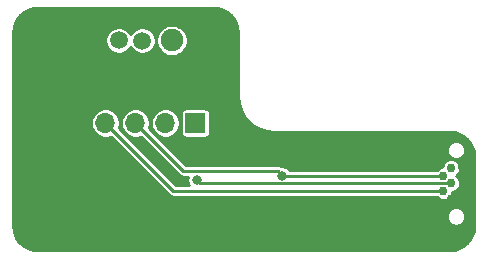
<source format=gbr>
%TF.GenerationSoftware,KiCad,Pcbnew,(5.1.6)-1*%
%TF.CreationDate,2020-09-04T12:39:32-07:00*%
%TF.ProjectId,SJ-202-USB-Jumper,534a2d32-3032-42d5-9553-422d4a756d70,rev?*%
%TF.SameCoordinates,Original*%
%TF.FileFunction,Copper,L1,Top*%
%TF.FilePolarity,Positive*%
%FSLAX46Y46*%
G04 Gerber Fmt 4.6, Leading zero omitted, Abs format (unit mm)*
G04 Created by KiCad (PCBNEW (5.1.6)-1) date 2020-09-04 12:39:32*
%MOMM*%
%LPD*%
G01*
G04 APERTURE LIST*
%TA.AperFunction,ComponentPad*%
%ADD10C,1.100000*%
%TD*%
%TA.AperFunction,ComponentPad*%
%ADD11C,0.790000*%
%TD*%
%TA.AperFunction,ComponentPad*%
%ADD12C,0.750000*%
%TD*%
%TA.AperFunction,SMDPad,CuDef*%
%ADD13R,3.300000X1.600000*%
%TD*%
%TA.AperFunction,ComponentPad*%
%ADD14C,1.900000*%
%TD*%
%TA.AperFunction,ComponentPad*%
%ADD15C,1.500000*%
%TD*%
%TA.AperFunction,ComponentPad*%
%ADD16O,1.700000X1.700000*%
%TD*%
%TA.AperFunction,ComponentPad*%
%ADD17R,1.700000X1.700000*%
%TD*%
%TA.AperFunction,ViaPad*%
%ADD18C,0.800000*%
%TD*%
%TA.AperFunction,Conductor*%
%ADD19C,0.250000*%
%TD*%
%TA.AperFunction,Conductor*%
%ADD20C,0.254000*%
%TD*%
G04 APERTURE END LIST*
D10*
%TO.P,J2,S6*%
%TO.N,GND*%
X74930000Y-70725000D03*
%TO.P,J2,S5*%
X74930000Y-64075000D03*
D11*
%TO.P,J2,S1*%
X76470000Y-65900000D03*
%TO.P,J2,S2*%
X76470000Y-68900000D03*
%TO.P,J2,S4*%
X73970000Y-68900000D03*
%TO.P,J2,S3*%
X73970000Y-65900000D03*
D12*
%TO.P,J2,5*%
X75550000Y-68700000D03*
%TO.P,J2,4*%
%TO.N,/ID*%
X74900000Y-68050000D03*
%TO.P,J2,3*%
%TO.N,/D+*%
X75550000Y-67400000D03*
%TO.P,J2,2*%
%TO.N,/D-*%
X74900000Y-66750000D03*
%TO.P,J2,1*%
%TO.N,+5V*%
X75550000Y-66100000D03*
%TD*%
D13*
%TO.P,J1,5*%
%TO.N,GND*%
X48400000Y-59505500D03*
D14*
%TO.P,J1,4*%
X44900000Y-55310000D03*
D15*
%TO.P,J1,3*%
%TO.N,/D+*%
X47400000Y-55300000D03*
%TO.P,J1,2*%
%TO.N,/D-*%
X49400000Y-55325000D03*
D14*
%TO.P,J1,1*%
%TO.N,+5V*%
X51900000Y-55310000D03*
D13*
%TO.P,J1,5*%
%TO.N,GND*%
X41830000Y-53600000D03*
X54970000Y-53600000D03*
%TD*%
D16*
%TO.P,J3,5*%
%TO.N,GND*%
X43740000Y-62300000D03*
%TO.P,J3,4*%
%TO.N,/ID*%
X46280000Y-62300000D03*
%TO.P,J3,3*%
%TO.N,/D-*%
X48820000Y-62300000D03*
%TO.P,J3,2*%
%TO.N,/D+*%
X51360000Y-62300000D03*
D17*
%TO.P,J3,1*%
%TO.N,+5V*%
X53900000Y-62300000D03*
%TD*%
D18*
%TO.N,/D+*%
X54000000Y-67100000D03*
%TO.N,/D-*%
X61250000Y-66750000D03*
%TO.N,/ID*%
X46280000Y-62300000D03*
%TD*%
D19*
%TO.N,/D+*%
X75550000Y-67400000D02*
X54300000Y-67400000D01*
X54300000Y-67400000D02*
X54000000Y-67100000D01*
%TO.N,/D-*%
X52870001Y-66350001D02*
X60850001Y-66350001D01*
X74900000Y-66750000D02*
X61250000Y-66750000D01*
X60850001Y-66350001D02*
X61250000Y-66750000D01*
X48820000Y-62300000D02*
X52870001Y-66350001D01*
%TO.N,/ID*%
X74900000Y-68050000D02*
X52030000Y-68050000D01*
X52030000Y-68050000D02*
X46280000Y-62300000D01*
%TD*%
D20*
%TO.N,GND*%
G36*
X55841849Y-52583625D02*
G01*
X56226117Y-52699642D01*
X56580532Y-52888088D01*
X56891589Y-53141781D01*
X57147446Y-53451059D01*
X57338361Y-53804150D01*
X57457058Y-54187596D01*
X57501373Y-54609226D01*
X57501372Y-60044775D01*
X57503525Y-60066630D01*
X57503414Y-60082476D01*
X57504069Y-60089160D01*
X57555886Y-60582167D01*
X57564645Y-60624835D01*
X57572821Y-60667694D01*
X57574762Y-60674124D01*
X57721351Y-61147676D01*
X57738244Y-61187862D01*
X57754576Y-61228285D01*
X57757729Y-61234215D01*
X57993506Y-61670276D01*
X58017866Y-61706390D01*
X58041755Y-61742896D01*
X58046000Y-61748100D01*
X58361984Y-62130060D01*
X58392900Y-62160761D01*
X58423420Y-62191927D01*
X58428595Y-62196208D01*
X58812751Y-62509518D01*
X58849056Y-62533639D01*
X58885033Y-62558273D01*
X58890941Y-62561468D01*
X59328637Y-62794195D01*
X59368899Y-62810789D01*
X59409013Y-62827982D01*
X59415429Y-62829968D01*
X59889993Y-62973247D01*
X59932740Y-62981711D01*
X59975400Y-62990778D01*
X59982080Y-62991480D01*
X60475288Y-63039840D01*
X60498746Y-63042150D01*
X75418851Y-63042150D01*
X75841849Y-63083625D01*
X76226117Y-63199642D01*
X76580532Y-63388088D01*
X76891589Y-63641781D01*
X77147446Y-63951059D01*
X77338361Y-64304150D01*
X77457058Y-64687596D01*
X77501373Y-65109226D01*
X77501372Y-70997628D01*
X77459897Y-71420627D01*
X77343879Y-71804897D01*
X77155434Y-72159309D01*
X76901741Y-72470367D01*
X76592462Y-72726225D01*
X76239373Y-72917139D01*
X75855926Y-73035836D01*
X75434306Y-73080150D01*
X40545894Y-73080150D01*
X40122895Y-73038675D01*
X39738625Y-72922657D01*
X39384213Y-72734212D01*
X39073155Y-72480519D01*
X38817297Y-72171240D01*
X38626383Y-71818151D01*
X38507686Y-71434704D01*
X38463372Y-71013084D01*
X38463372Y-70123078D01*
X75189000Y-70123078D01*
X75189000Y-70276922D01*
X75219013Y-70427809D01*
X75277887Y-70569942D01*
X75363358Y-70697859D01*
X75472141Y-70806642D01*
X75600058Y-70892113D01*
X75742191Y-70950987D01*
X75893078Y-70981000D01*
X76046922Y-70981000D01*
X76197809Y-70950987D01*
X76339942Y-70892113D01*
X76467859Y-70806642D01*
X76576642Y-70697859D01*
X76662113Y-70569942D01*
X76720987Y-70427809D01*
X76751000Y-70276922D01*
X76751000Y-70123078D01*
X76720987Y-69972191D01*
X76662113Y-69830058D01*
X76576642Y-69702141D01*
X76467859Y-69593358D01*
X76339942Y-69507887D01*
X76197809Y-69449013D01*
X76046922Y-69419000D01*
X75893078Y-69419000D01*
X75742191Y-69449013D01*
X75600058Y-69507887D01*
X75472141Y-69593358D01*
X75363358Y-69702141D01*
X75277887Y-69830058D01*
X75219013Y-69972191D01*
X75189000Y-70123078D01*
X38463372Y-70123078D01*
X38463372Y-62178757D01*
X45049000Y-62178757D01*
X45049000Y-62421243D01*
X45096307Y-62659069D01*
X45189102Y-62883097D01*
X45323820Y-63084717D01*
X45495283Y-63256180D01*
X45696903Y-63390898D01*
X45920931Y-63483693D01*
X46158757Y-63531000D01*
X46401243Y-63531000D01*
X46639069Y-63483693D01*
X46716167Y-63451758D01*
X51654628Y-68390220D01*
X51670473Y-68409527D01*
X51747521Y-68472759D01*
X51835425Y-68519745D01*
X51930807Y-68548678D01*
X52005146Y-68556000D01*
X52005154Y-68556000D01*
X52030000Y-68558447D01*
X52054846Y-68556000D01*
X74336854Y-68556000D01*
X74418078Y-68637224D01*
X74541900Y-68719959D01*
X74679483Y-68776947D01*
X74825540Y-68806000D01*
X74974460Y-68806000D01*
X75120517Y-68776947D01*
X75258100Y-68719959D01*
X75381922Y-68637224D01*
X75487224Y-68531922D01*
X75569959Y-68408100D01*
X75626947Y-68270517D01*
X75650767Y-68150767D01*
X75770517Y-68126947D01*
X75908100Y-68069959D01*
X76031922Y-67987224D01*
X76137224Y-67881922D01*
X76219959Y-67758100D01*
X76276947Y-67620517D01*
X76306000Y-67474460D01*
X76306000Y-67325540D01*
X76276947Y-67179483D01*
X76219959Y-67041900D01*
X76137224Y-66918078D01*
X76031922Y-66812776D01*
X75937971Y-66750000D01*
X76031922Y-66687224D01*
X76137224Y-66581922D01*
X76219959Y-66458100D01*
X76276947Y-66320517D01*
X76306000Y-66174460D01*
X76306000Y-66025540D01*
X76276947Y-65879483D01*
X76219959Y-65741900D01*
X76137224Y-65618078D01*
X76031922Y-65512776D01*
X75908100Y-65430041D01*
X75770517Y-65373053D01*
X75624460Y-65344000D01*
X75475540Y-65344000D01*
X75329483Y-65373053D01*
X75191900Y-65430041D01*
X75068078Y-65512776D01*
X74962776Y-65618078D01*
X74880041Y-65741900D01*
X74823053Y-65879483D01*
X74799233Y-65999233D01*
X74679483Y-66023053D01*
X74541900Y-66080041D01*
X74418078Y-66162776D01*
X74336854Y-66244000D01*
X61848501Y-66244000D01*
X61747859Y-66143358D01*
X61619942Y-66057887D01*
X61477809Y-65999013D01*
X61326922Y-65969000D01*
X61183362Y-65969000D01*
X61132480Y-65927242D01*
X61044576Y-65880256D01*
X60949194Y-65851323D01*
X60874855Y-65844001D01*
X60874847Y-65844001D01*
X60850001Y-65841554D01*
X60825155Y-65844001D01*
X53079593Y-65844001D01*
X51758670Y-64523078D01*
X75189000Y-64523078D01*
X75189000Y-64676922D01*
X75219013Y-64827809D01*
X75277887Y-64969942D01*
X75363358Y-65097859D01*
X75472141Y-65206642D01*
X75600058Y-65292113D01*
X75742191Y-65350987D01*
X75893078Y-65381000D01*
X76046922Y-65381000D01*
X76197809Y-65350987D01*
X76339942Y-65292113D01*
X76467859Y-65206642D01*
X76576642Y-65097859D01*
X76662113Y-64969942D01*
X76720987Y-64827809D01*
X76751000Y-64676922D01*
X76751000Y-64523078D01*
X76720987Y-64372191D01*
X76662113Y-64230058D01*
X76576642Y-64102141D01*
X76467859Y-63993358D01*
X76339942Y-63907887D01*
X76197809Y-63849013D01*
X76046922Y-63819000D01*
X75893078Y-63819000D01*
X75742191Y-63849013D01*
X75600058Y-63907887D01*
X75472141Y-63993358D01*
X75363358Y-64102141D01*
X75277887Y-64230058D01*
X75219013Y-64372191D01*
X75189000Y-64523078D01*
X51758670Y-64523078D01*
X49971758Y-62736167D01*
X50003693Y-62659069D01*
X50051000Y-62421243D01*
X50051000Y-62178757D01*
X50129000Y-62178757D01*
X50129000Y-62421243D01*
X50176307Y-62659069D01*
X50269102Y-62883097D01*
X50403820Y-63084717D01*
X50575283Y-63256180D01*
X50776903Y-63390898D01*
X51000931Y-63483693D01*
X51238757Y-63531000D01*
X51481243Y-63531000D01*
X51719069Y-63483693D01*
X51943097Y-63390898D01*
X52144717Y-63256180D01*
X52316180Y-63084717D01*
X52450898Y-62883097D01*
X52543693Y-62659069D01*
X52591000Y-62421243D01*
X52591000Y-62178757D01*
X52543693Y-61940931D01*
X52450898Y-61716903D01*
X52316180Y-61515283D01*
X52250897Y-61450000D01*
X52667157Y-61450000D01*
X52667157Y-63150000D01*
X52674513Y-63224689D01*
X52696299Y-63296508D01*
X52731678Y-63362696D01*
X52779289Y-63420711D01*
X52837304Y-63468322D01*
X52903492Y-63503701D01*
X52975311Y-63525487D01*
X53050000Y-63532843D01*
X54750000Y-63532843D01*
X54824689Y-63525487D01*
X54896508Y-63503701D01*
X54962696Y-63468322D01*
X55020711Y-63420711D01*
X55068322Y-63362696D01*
X55103701Y-63296508D01*
X55125487Y-63224689D01*
X55132843Y-63150000D01*
X55132843Y-61450000D01*
X55125487Y-61375311D01*
X55103701Y-61303492D01*
X55068322Y-61237304D01*
X55020711Y-61179289D01*
X54962696Y-61131678D01*
X54896508Y-61096299D01*
X54824689Y-61074513D01*
X54750000Y-61067157D01*
X53050000Y-61067157D01*
X52975311Y-61074513D01*
X52903492Y-61096299D01*
X52837304Y-61131678D01*
X52779289Y-61179289D01*
X52731678Y-61237304D01*
X52696299Y-61303492D01*
X52674513Y-61375311D01*
X52667157Y-61450000D01*
X52250897Y-61450000D01*
X52144717Y-61343820D01*
X51943097Y-61209102D01*
X51719069Y-61116307D01*
X51481243Y-61069000D01*
X51238757Y-61069000D01*
X51000931Y-61116307D01*
X50776903Y-61209102D01*
X50575283Y-61343820D01*
X50403820Y-61515283D01*
X50269102Y-61716903D01*
X50176307Y-61940931D01*
X50129000Y-62178757D01*
X50051000Y-62178757D01*
X50003693Y-61940931D01*
X49910898Y-61716903D01*
X49776180Y-61515283D01*
X49604717Y-61343820D01*
X49403097Y-61209102D01*
X49179069Y-61116307D01*
X48941243Y-61069000D01*
X48698757Y-61069000D01*
X48460931Y-61116307D01*
X48236903Y-61209102D01*
X48035283Y-61343820D01*
X47863820Y-61515283D01*
X47729102Y-61716903D01*
X47636307Y-61940931D01*
X47589000Y-62178757D01*
X47589000Y-62421243D01*
X47636307Y-62659069D01*
X47729102Y-62883097D01*
X47863820Y-63084717D01*
X48035283Y-63256180D01*
X48236903Y-63390898D01*
X48460931Y-63483693D01*
X48698757Y-63531000D01*
X48941243Y-63531000D01*
X49179069Y-63483693D01*
X49256167Y-63451758D01*
X52494629Y-66690221D01*
X52510474Y-66709528D01*
X52587522Y-66772760D01*
X52675426Y-66819746D01*
X52748608Y-66841945D01*
X52770807Y-66848679D01*
X52780695Y-66849653D01*
X52845147Y-66856001D01*
X52845154Y-66856001D01*
X52870000Y-66858448D01*
X52894846Y-66856001D01*
X53255719Y-66856001D01*
X53249013Y-66872191D01*
X53219000Y-67023078D01*
X53219000Y-67176922D01*
X53249013Y-67327809D01*
X53307887Y-67469942D01*
X53357371Y-67544000D01*
X52239592Y-67544000D01*
X47431758Y-62736167D01*
X47463693Y-62659069D01*
X47511000Y-62421243D01*
X47511000Y-62178757D01*
X47463693Y-61940931D01*
X47370898Y-61716903D01*
X47236180Y-61515283D01*
X47064717Y-61343820D01*
X46863097Y-61209102D01*
X46639069Y-61116307D01*
X46401243Y-61069000D01*
X46158757Y-61069000D01*
X45920931Y-61116307D01*
X45696903Y-61209102D01*
X45495283Y-61343820D01*
X45323820Y-61515283D01*
X45189102Y-61716903D01*
X45096307Y-61940931D01*
X45049000Y-62178757D01*
X38463372Y-62178757D01*
X38463372Y-55188606D01*
X46269000Y-55188606D01*
X46269000Y-55411394D01*
X46312464Y-55629900D01*
X46397721Y-55835729D01*
X46521495Y-56020970D01*
X46679030Y-56178505D01*
X46864271Y-56302279D01*
X47070100Y-56387536D01*
X47288606Y-56431000D01*
X47511394Y-56431000D01*
X47729900Y-56387536D01*
X47935729Y-56302279D01*
X48120970Y-56178505D01*
X48278505Y-56020970D01*
X48393073Y-55849507D01*
X48397721Y-55860729D01*
X48521495Y-56045970D01*
X48679030Y-56203505D01*
X48864271Y-56327279D01*
X49070100Y-56412536D01*
X49288606Y-56456000D01*
X49511394Y-56456000D01*
X49729900Y-56412536D01*
X49935729Y-56327279D01*
X50120970Y-56203505D01*
X50278505Y-56045970D01*
X50402279Y-55860729D01*
X50487536Y-55654900D01*
X50531000Y-55436394D01*
X50531000Y-55213606D01*
X50524099Y-55178908D01*
X50569000Y-55178908D01*
X50569000Y-55441092D01*
X50620150Y-55698238D01*
X50720483Y-55940465D01*
X50866145Y-56158463D01*
X51051537Y-56343855D01*
X51269535Y-56489517D01*
X51511762Y-56589850D01*
X51768908Y-56641000D01*
X52031092Y-56641000D01*
X52288238Y-56589850D01*
X52530465Y-56489517D01*
X52748463Y-56343855D01*
X52933855Y-56158463D01*
X53079517Y-55940465D01*
X53179850Y-55698238D01*
X53231000Y-55441092D01*
X53231000Y-55178908D01*
X53179850Y-54921762D01*
X53079517Y-54679535D01*
X52933855Y-54461537D01*
X52748463Y-54276145D01*
X52530465Y-54130483D01*
X52288238Y-54030150D01*
X52031092Y-53979000D01*
X51768908Y-53979000D01*
X51511762Y-54030150D01*
X51269535Y-54130483D01*
X51051537Y-54276145D01*
X50866145Y-54461537D01*
X50720483Y-54679535D01*
X50620150Y-54921762D01*
X50569000Y-55178908D01*
X50524099Y-55178908D01*
X50487536Y-54995100D01*
X50402279Y-54789271D01*
X50278505Y-54604030D01*
X50120970Y-54446495D01*
X49935729Y-54322721D01*
X49729900Y-54237464D01*
X49511394Y-54194000D01*
X49288606Y-54194000D01*
X49070100Y-54237464D01*
X48864271Y-54322721D01*
X48679030Y-54446495D01*
X48521495Y-54604030D01*
X48406927Y-54775493D01*
X48402279Y-54764271D01*
X48278505Y-54579030D01*
X48120970Y-54421495D01*
X47935729Y-54297721D01*
X47729900Y-54212464D01*
X47511394Y-54169000D01*
X47288606Y-54169000D01*
X47070100Y-54212464D01*
X46864271Y-54297721D01*
X46679030Y-54421495D01*
X46521495Y-54579030D01*
X46397721Y-54764271D01*
X46312464Y-54970100D01*
X46269000Y-55188606D01*
X38463372Y-55188606D01*
X38463372Y-54624671D01*
X38504847Y-54201673D01*
X38620864Y-53817405D01*
X38809310Y-53462990D01*
X39063003Y-53151933D01*
X39372281Y-52896076D01*
X39725372Y-52705161D01*
X40108818Y-52586464D01*
X40530438Y-52542150D01*
X55418851Y-52542150D01*
X55841849Y-52583625D01*
G37*
X55841849Y-52583625D02*
X56226117Y-52699642D01*
X56580532Y-52888088D01*
X56891589Y-53141781D01*
X57147446Y-53451059D01*
X57338361Y-53804150D01*
X57457058Y-54187596D01*
X57501373Y-54609226D01*
X57501372Y-60044775D01*
X57503525Y-60066630D01*
X57503414Y-60082476D01*
X57504069Y-60089160D01*
X57555886Y-60582167D01*
X57564645Y-60624835D01*
X57572821Y-60667694D01*
X57574762Y-60674124D01*
X57721351Y-61147676D01*
X57738244Y-61187862D01*
X57754576Y-61228285D01*
X57757729Y-61234215D01*
X57993506Y-61670276D01*
X58017866Y-61706390D01*
X58041755Y-61742896D01*
X58046000Y-61748100D01*
X58361984Y-62130060D01*
X58392900Y-62160761D01*
X58423420Y-62191927D01*
X58428595Y-62196208D01*
X58812751Y-62509518D01*
X58849056Y-62533639D01*
X58885033Y-62558273D01*
X58890941Y-62561468D01*
X59328637Y-62794195D01*
X59368899Y-62810789D01*
X59409013Y-62827982D01*
X59415429Y-62829968D01*
X59889993Y-62973247D01*
X59932740Y-62981711D01*
X59975400Y-62990778D01*
X59982080Y-62991480D01*
X60475288Y-63039840D01*
X60498746Y-63042150D01*
X75418851Y-63042150D01*
X75841849Y-63083625D01*
X76226117Y-63199642D01*
X76580532Y-63388088D01*
X76891589Y-63641781D01*
X77147446Y-63951059D01*
X77338361Y-64304150D01*
X77457058Y-64687596D01*
X77501373Y-65109226D01*
X77501372Y-70997628D01*
X77459897Y-71420627D01*
X77343879Y-71804897D01*
X77155434Y-72159309D01*
X76901741Y-72470367D01*
X76592462Y-72726225D01*
X76239373Y-72917139D01*
X75855926Y-73035836D01*
X75434306Y-73080150D01*
X40545894Y-73080150D01*
X40122895Y-73038675D01*
X39738625Y-72922657D01*
X39384213Y-72734212D01*
X39073155Y-72480519D01*
X38817297Y-72171240D01*
X38626383Y-71818151D01*
X38507686Y-71434704D01*
X38463372Y-71013084D01*
X38463372Y-70123078D01*
X75189000Y-70123078D01*
X75189000Y-70276922D01*
X75219013Y-70427809D01*
X75277887Y-70569942D01*
X75363358Y-70697859D01*
X75472141Y-70806642D01*
X75600058Y-70892113D01*
X75742191Y-70950987D01*
X75893078Y-70981000D01*
X76046922Y-70981000D01*
X76197809Y-70950987D01*
X76339942Y-70892113D01*
X76467859Y-70806642D01*
X76576642Y-70697859D01*
X76662113Y-70569942D01*
X76720987Y-70427809D01*
X76751000Y-70276922D01*
X76751000Y-70123078D01*
X76720987Y-69972191D01*
X76662113Y-69830058D01*
X76576642Y-69702141D01*
X76467859Y-69593358D01*
X76339942Y-69507887D01*
X76197809Y-69449013D01*
X76046922Y-69419000D01*
X75893078Y-69419000D01*
X75742191Y-69449013D01*
X75600058Y-69507887D01*
X75472141Y-69593358D01*
X75363358Y-69702141D01*
X75277887Y-69830058D01*
X75219013Y-69972191D01*
X75189000Y-70123078D01*
X38463372Y-70123078D01*
X38463372Y-62178757D01*
X45049000Y-62178757D01*
X45049000Y-62421243D01*
X45096307Y-62659069D01*
X45189102Y-62883097D01*
X45323820Y-63084717D01*
X45495283Y-63256180D01*
X45696903Y-63390898D01*
X45920931Y-63483693D01*
X46158757Y-63531000D01*
X46401243Y-63531000D01*
X46639069Y-63483693D01*
X46716167Y-63451758D01*
X51654628Y-68390220D01*
X51670473Y-68409527D01*
X51747521Y-68472759D01*
X51835425Y-68519745D01*
X51930807Y-68548678D01*
X52005146Y-68556000D01*
X52005154Y-68556000D01*
X52030000Y-68558447D01*
X52054846Y-68556000D01*
X74336854Y-68556000D01*
X74418078Y-68637224D01*
X74541900Y-68719959D01*
X74679483Y-68776947D01*
X74825540Y-68806000D01*
X74974460Y-68806000D01*
X75120517Y-68776947D01*
X75258100Y-68719959D01*
X75381922Y-68637224D01*
X75487224Y-68531922D01*
X75569959Y-68408100D01*
X75626947Y-68270517D01*
X75650767Y-68150767D01*
X75770517Y-68126947D01*
X75908100Y-68069959D01*
X76031922Y-67987224D01*
X76137224Y-67881922D01*
X76219959Y-67758100D01*
X76276947Y-67620517D01*
X76306000Y-67474460D01*
X76306000Y-67325540D01*
X76276947Y-67179483D01*
X76219959Y-67041900D01*
X76137224Y-66918078D01*
X76031922Y-66812776D01*
X75937971Y-66750000D01*
X76031922Y-66687224D01*
X76137224Y-66581922D01*
X76219959Y-66458100D01*
X76276947Y-66320517D01*
X76306000Y-66174460D01*
X76306000Y-66025540D01*
X76276947Y-65879483D01*
X76219959Y-65741900D01*
X76137224Y-65618078D01*
X76031922Y-65512776D01*
X75908100Y-65430041D01*
X75770517Y-65373053D01*
X75624460Y-65344000D01*
X75475540Y-65344000D01*
X75329483Y-65373053D01*
X75191900Y-65430041D01*
X75068078Y-65512776D01*
X74962776Y-65618078D01*
X74880041Y-65741900D01*
X74823053Y-65879483D01*
X74799233Y-65999233D01*
X74679483Y-66023053D01*
X74541900Y-66080041D01*
X74418078Y-66162776D01*
X74336854Y-66244000D01*
X61848501Y-66244000D01*
X61747859Y-66143358D01*
X61619942Y-66057887D01*
X61477809Y-65999013D01*
X61326922Y-65969000D01*
X61183362Y-65969000D01*
X61132480Y-65927242D01*
X61044576Y-65880256D01*
X60949194Y-65851323D01*
X60874855Y-65844001D01*
X60874847Y-65844001D01*
X60850001Y-65841554D01*
X60825155Y-65844001D01*
X53079593Y-65844001D01*
X51758670Y-64523078D01*
X75189000Y-64523078D01*
X75189000Y-64676922D01*
X75219013Y-64827809D01*
X75277887Y-64969942D01*
X75363358Y-65097859D01*
X75472141Y-65206642D01*
X75600058Y-65292113D01*
X75742191Y-65350987D01*
X75893078Y-65381000D01*
X76046922Y-65381000D01*
X76197809Y-65350987D01*
X76339942Y-65292113D01*
X76467859Y-65206642D01*
X76576642Y-65097859D01*
X76662113Y-64969942D01*
X76720987Y-64827809D01*
X76751000Y-64676922D01*
X76751000Y-64523078D01*
X76720987Y-64372191D01*
X76662113Y-64230058D01*
X76576642Y-64102141D01*
X76467859Y-63993358D01*
X76339942Y-63907887D01*
X76197809Y-63849013D01*
X76046922Y-63819000D01*
X75893078Y-63819000D01*
X75742191Y-63849013D01*
X75600058Y-63907887D01*
X75472141Y-63993358D01*
X75363358Y-64102141D01*
X75277887Y-64230058D01*
X75219013Y-64372191D01*
X75189000Y-64523078D01*
X51758670Y-64523078D01*
X49971758Y-62736167D01*
X50003693Y-62659069D01*
X50051000Y-62421243D01*
X50051000Y-62178757D01*
X50129000Y-62178757D01*
X50129000Y-62421243D01*
X50176307Y-62659069D01*
X50269102Y-62883097D01*
X50403820Y-63084717D01*
X50575283Y-63256180D01*
X50776903Y-63390898D01*
X51000931Y-63483693D01*
X51238757Y-63531000D01*
X51481243Y-63531000D01*
X51719069Y-63483693D01*
X51943097Y-63390898D01*
X52144717Y-63256180D01*
X52316180Y-63084717D01*
X52450898Y-62883097D01*
X52543693Y-62659069D01*
X52591000Y-62421243D01*
X52591000Y-62178757D01*
X52543693Y-61940931D01*
X52450898Y-61716903D01*
X52316180Y-61515283D01*
X52250897Y-61450000D01*
X52667157Y-61450000D01*
X52667157Y-63150000D01*
X52674513Y-63224689D01*
X52696299Y-63296508D01*
X52731678Y-63362696D01*
X52779289Y-63420711D01*
X52837304Y-63468322D01*
X52903492Y-63503701D01*
X52975311Y-63525487D01*
X53050000Y-63532843D01*
X54750000Y-63532843D01*
X54824689Y-63525487D01*
X54896508Y-63503701D01*
X54962696Y-63468322D01*
X55020711Y-63420711D01*
X55068322Y-63362696D01*
X55103701Y-63296508D01*
X55125487Y-63224689D01*
X55132843Y-63150000D01*
X55132843Y-61450000D01*
X55125487Y-61375311D01*
X55103701Y-61303492D01*
X55068322Y-61237304D01*
X55020711Y-61179289D01*
X54962696Y-61131678D01*
X54896508Y-61096299D01*
X54824689Y-61074513D01*
X54750000Y-61067157D01*
X53050000Y-61067157D01*
X52975311Y-61074513D01*
X52903492Y-61096299D01*
X52837304Y-61131678D01*
X52779289Y-61179289D01*
X52731678Y-61237304D01*
X52696299Y-61303492D01*
X52674513Y-61375311D01*
X52667157Y-61450000D01*
X52250897Y-61450000D01*
X52144717Y-61343820D01*
X51943097Y-61209102D01*
X51719069Y-61116307D01*
X51481243Y-61069000D01*
X51238757Y-61069000D01*
X51000931Y-61116307D01*
X50776903Y-61209102D01*
X50575283Y-61343820D01*
X50403820Y-61515283D01*
X50269102Y-61716903D01*
X50176307Y-61940931D01*
X50129000Y-62178757D01*
X50051000Y-62178757D01*
X50003693Y-61940931D01*
X49910898Y-61716903D01*
X49776180Y-61515283D01*
X49604717Y-61343820D01*
X49403097Y-61209102D01*
X49179069Y-61116307D01*
X48941243Y-61069000D01*
X48698757Y-61069000D01*
X48460931Y-61116307D01*
X48236903Y-61209102D01*
X48035283Y-61343820D01*
X47863820Y-61515283D01*
X47729102Y-61716903D01*
X47636307Y-61940931D01*
X47589000Y-62178757D01*
X47589000Y-62421243D01*
X47636307Y-62659069D01*
X47729102Y-62883097D01*
X47863820Y-63084717D01*
X48035283Y-63256180D01*
X48236903Y-63390898D01*
X48460931Y-63483693D01*
X48698757Y-63531000D01*
X48941243Y-63531000D01*
X49179069Y-63483693D01*
X49256167Y-63451758D01*
X52494629Y-66690221D01*
X52510474Y-66709528D01*
X52587522Y-66772760D01*
X52675426Y-66819746D01*
X52748608Y-66841945D01*
X52770807Y-66848679D01*
X52780695Y-66849653D01*
X52845147Y-66856001D01*
X52845154Y-66856001D01*
X52870000Y-66858448D01*
X52894846Y-66856001D01*
X53255719Y-66856001D01*
X53249013Y-66872191D01*
X53219000Y-67023078D01*
X53219000Y-67176922D01*
X53249013Y-67327809D01*
X53307887Y-67469942D01*
X53357371Y-67544000D01*
X52239592Y-67544000D01*
X47431758Y-62736167D01*
X47463693Y-62659069D01*
X47511000Y-62421243D01*
X47511000Y-62178757D01*
X47463693Y-61940931D01*
X47370898Y-61716903D01*
X47236180Y-61515283D01*
X47064717Y-61343820D01*
X46863097Y-61209102D01*
X46639069Y-61116307D01*
X46401243Y-61069000D01*
X46158757Y-61069000D01*
X45920931Y-61116307D01*
X45696903Y-61209102D01*
X45495283Y-61343820D01*
X45323820Y-61515283D01*
X45189102Y-61716903D01*
X45096307Y-61940931D01*
X45049000Y-62178757D01*
X38463372Y-62178757D01*
X38463372Y-55188606D01*
X46269000Y-55188606D01*
X46269000Y-55411394D01*
X46312464Y-55629900D01*
X46397721Y-55835729D01*
X46521495Y-56020970D01*
X46679030Y-56178505D01*
X46864271Y-56302279D01*
X47070100Y-56387536D01*
X47288606Y-56431000D01*
X47511394Y-56431000D01*
X47729900Y-56387536D01*
X47935729Y-56302279D01*
X48120970Y-56178505D01*
X48278505Y-56020970D01*
X48393073Y-55849507D01*
X48397721Y-55860729D01*
X48521495Y-56045970D01*
X48679030Y-56203505D01*
X48864271Y-56327279D01*
X49070100Y-56412536D01*
X49288606Y-56456000D01*
X49511394Y-56456000D01*
X49729900Y-56412536D01*
X49935729Y-56327279D01*
X50120970Y-56203505D01*
X50278505Y-56045970D01*
X50402279Y-55860729D01*
X50487536Y-55654900D01*
X50531000Y-55436394D01*
X50531000Y-55213606D01*
X50524099Y-55178908D01*
X50569000Y-55178908D01*
X50569000Y-55441092D01*
X50620150Y-55698238D01*
X50720483Y-55940465D01*
X50866145Y-56158463D01*
X51051537Y-56343855D01*
X51269535Y-56489517D01*
X51511762Y-56589850D01*
X51768908Y-56641000D01*
X52031092Y-56641000D01*
X52288238Y-56589850D01*
X52530465Y-56489517D01*
X52748463Y-56343855D01*
X52933855Y-56158463D01*
X53079517Y-55940465D01*
X53179850Y-55698238D01*
X53231000Y-55441092D01*
X53231000Y-55178908D01*
X53179850Y-54921762D01*
X53079517Y-54679535D01*
X52933855Y-54461537D01*
X52748463Y-54276145D01*
X52530465Y-54130483D01*
X52288238Y-54030150D01*
X52031092Y-53979000D01*
X51768908Y-53979000D01*
X51511762Y-54030150D01*
X51269535Y-54130483D01*
X51051537Y-54276145D01*
X50866145Y-54461537D01*
X50720483Y-54679535D01*
X50620150Y-54921762D01*
X50569000Y-55178908D01*
X50524099Y-55178908D01*
X50487536Y-54995100D01*
X50402279Y-54789271D01*
X50278505Y-54604030D01*
X50120970Y-54446495D01*
X49935729Y-54322721D01*
X49729900Y-54237464D01*
X49511394Y-54194000D01*
X49288606Y-54194000D01*
X49070100Y-54237464D01*
X48864271Y-54322721D01*
X48679030Y-54446495D01*
X48521495Y-54604030D01*
X48406927Y-54775493D01*
X48402279Y-54764271D01*
X48278505Y-54579030D01*
X48120970Y-54421495D01*
X47935729Y-54297721D01*
X47729900Y-54212464D01*
X47511394Y-54169000D01*
X47288606Y-54169000D01*
X47070100Y-54212464D01*
X46864271Y-54297721D01*
X46679030Y-54421495D01*
X46521495Y-54579030D01*
X46397721Y-54764271D01*
X46312464Y-54970100D01*
X46269000Y-55188606D01*
X38463372Y-55188606D01*
X38463372Y-54624671D01*
X38504847Y-54201673D01*
X38620864Y-53817405D01*
X38809310Y-53462990D01*
X39063003Y-53151933D01*
X39372281Y-52896076D01*
X39725372Y-52705161D01*
X40108818Y-52586464D01*
X40530438Y-52542150D01*
X55418851Y-52542150D01*
X55841849Y-52583625D01*
%TD*%
M02*

</source>
